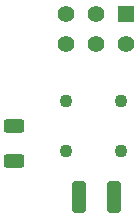
<source format=gbr>
%TF.GenerationSoftware,KiCad,Pcbnew,(6.0.8-1)-1*%
%TF.CreationDate,2022-12-28T17:01:43-05:00*%
%TF.ProjectId,Condor,436f6e64-6f72-42e6-9b69-6361645f7063,rev?*%
%TF.SameCoordinates,Original*%
%TF.FileFunction,Soldermask,Top*%
%TF.FilePolarity,Negative*%
%FSLAX46Y46*%
G04 Gerber Fmt 4.6, Leading zero omitted, Abs format (unit mm)*
G04 Created by KiCad (PCBNEW (6.0.8-1)-1) date 2022-12-28 17:01:43*
%MOMM*%
%LPD*%
G01*
G04 APERTURE LIST*
G04 Aperture macros list*
%AMRoundRect*
0 Rectangle with rounded corners*
0 $1 Rounding radius*
0 $2 $3 $4 $5 $6 $7 $8 $9 X,Y pos of 4 corners*
0 Add a 4 corners polygon primitive as box body*
4,1,4,$2,$3,$4,$5,$6,$7,$8,$9,$2,$3,0*
0 Add four circle primitives for the rounded corners*
1,1,$1+$1,$2,$3*
1,1,$1+$1,$4,$5*
1,1,$1+$1,$6,$7*
1,1,$1+$1,$8,$9*
0 Add four rect primitives between the rounded corners*
20,1,$1+$1,$2,$3,$4,$5,0*
20,1,$1+$1,$4,$5,$6,$7,0*
20,1,$1+$1,$6,$7,$8,$9,0*
20,1,$1+$1,$8,$9,$2,$3,0*%
G04 Aperture macros list end*
%ADD10C,1.100000*%
%ADD11RoundRect,0.250000X-0.625000X0.312500X-0.625000X-0.312500X0.625000X-0.312500X0.625000X0.312500X0*%
%ADD12RoundRect,0.250000X0.325000X1.100000X-0.325000X1.100000X-0.325000X-1.100000X0.325000X-1.100000X0*%
%ADD13R,1.398000X1.398000*%
%ADD14C,1.398000*%
G04 APERTURE END LIST*
D10*
%TO.C,REF\u002A\u002A*%
X177050000Y-97900000D03*
X172450000Y-97900000D03*
X172450000Y-102100000D03*
X177050000Y-102100000D03*
%TD*%
D11*
%TO.C,50 \u03A9*%
X168000000Y-100037500D03*
X168000000Y-102962500D03*
%TD*%
D12*
%TO.C,10 nF*%
X176475000Y-106000000D03*
X173525000Y-106000000D03*
%TD*%
D13*
%TO.C,REF\u002A\u002A*%
X177540000Y-90492500D03*
D14*
X175000000Y-90492500D03*
X172460000Y-90492500D03*
X177540000Y-93032500D03*
X175000000Y-93032500D03*
X172460000Y-93032500D03*
%TD*%
M02*

</source>
